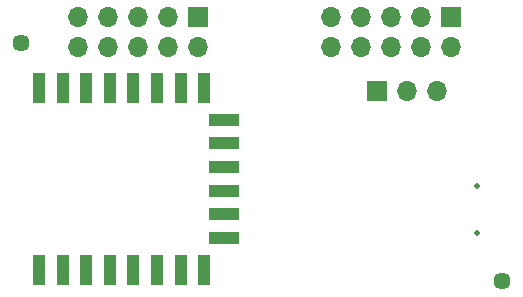
<source format=gts>
%TF.GenerationSoftware,KiCad,Pcbnew,(5.99.0-8442-g3b424d3868)*%
%TF.CreationDate,2021-01-17T12:52:20+01:00*%
%TF.ProjectId,WiFi-Addon,57694669-2d41-4646-946f-6e2e6b696361,rev?*%
%TF.SameCoordinates,PX160b110PY9be08a8*%
%TF.FileFunction,Soldermask,Top*%
%TF.FilePolarity,Negative*%
%FSLAX46Y46*%
G04 Gerber Fmt 4.6, Leading zero omitted, Abs format (unit mm)*
G04 Created by KiCad (PCBNEW (5.99.0-8442-g3b424d3868)) date 2021-01-17 12:52:20*
%MOMM*%
%LPD*%
G01*
G04 APERTURE LIST*
%ADD10R,1.100000X2.500000*%
%ADD11R,2.500000X1.100000*%
%ADD12O,1.700000X1.700000*%
%ADD13R,1.700000X1.700000*%
%ADD14C,1.448000*%
%ADD15C,0.500000*%
G04 APERTURE END LIST*
D10*
X7466000Y43209000D03*
X9466000Y43209000D03*
X11466000Y43209000D03*
X13466000Y43209000D03*
X15466000Y43209000D03*
X17466000Y43209000D03*
X19466000Y43209000D03*
X21466000Y43209000D03*
X21466000Y58609000D03*
X19466000Y58609000D03*
X17466000Y58609000D03*
X15466000Y58609000D03*
X13466000Y58609000D03*
X11466000Y58609000D03*
X9466000Y58609000D03*
X7466000Y58609000D03*
D11*
X23166000Y45899000D03*
X23166000Y47899000D03*
X23166000Y49899000D03*
X23166000Y51899000D03*
X23166000Y53899000D03*
X23166000Y55899000D03*
D12*
X41166000Y58319000D03*
X38626000Y58319000D03*
D13*
X36086000Y58319000D03*
X42312800Y64589000D03*
D12*
X42312800Y62049000D03*
X39772800Y64589000D03*
X39772800Y62049000D03*
X37232800Y64589000D03*
X37232800Y62049000D03*
X34692800Y64589000D03*
X34692800Y62049000D03*
X32152800Y64589000D03*
X32152800Y62049000D03*
D13*
X20926000Y64589000D03*
D12*
X20926000Y62049000D03*
X18386000Y64589000D03*
X18386000Y62049000D03*
X15846000Y64589000D03*
X15846000Y62049000D03*
X13306000Y64589000D03*
X13306000Y62049000D03*
X10766000Y64589000D03*
X10766000Y62049000D03*
D14*
X46686000Y42209000D03*
D15*
X44526800Y46284400D03*
X44526800Y50284400D03*
D14*
X5946000Y62369000D03*
M02*

</source>
